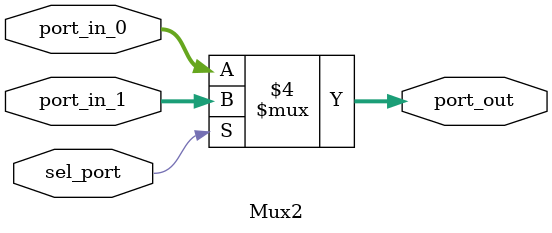
<source format=v>
module Mux2 (
    input   sel_port,
    input   [31:0] port_in_0,
    input   [31:0] port_in_1,
    output reg [31:0] port_out
    );
    always @(*) begin
        if (sel_port == 1) begin
            port_out <= port_in_1;
        end
        else begin
            port_out <= port_in_0;
        end
    end
endmodule 

</source>
